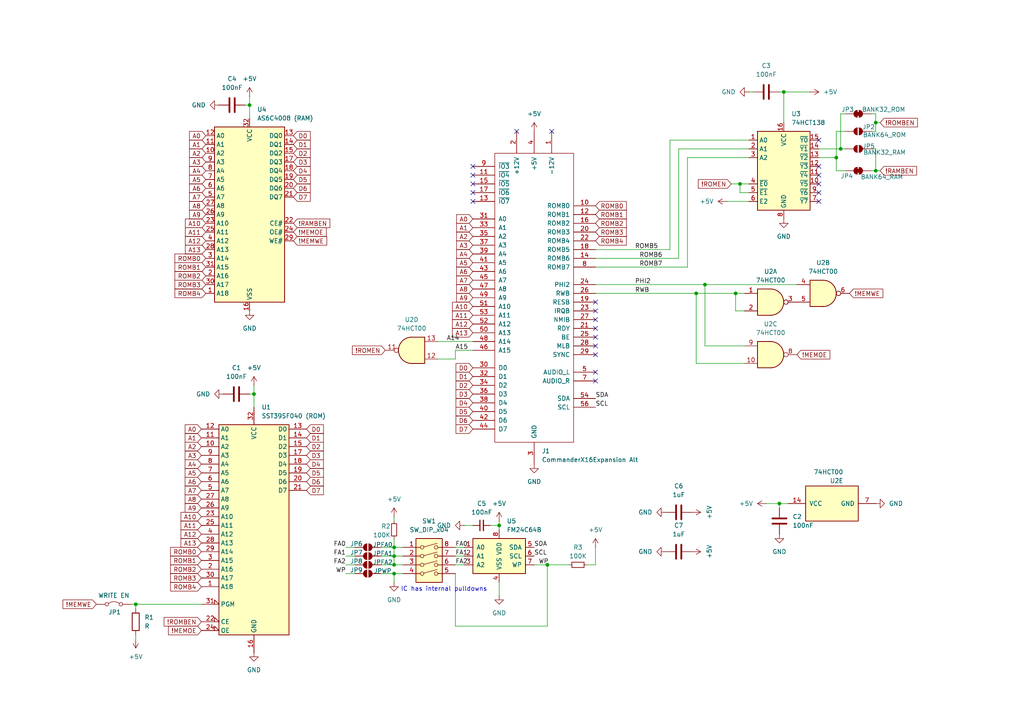
<source format=kicad_sch>
(kicad_sch (version 20231120) (generator "eeschema") (generator_version "8.0")
  (paper "A4")
  (lib_symbols
    (symbol "74xx:74HCT00" (pin_names (offset 1.016))
      (property "Reference" "U" (at 0 1.27 0))
      (property "Value" "74HCT00" (at 0 -1.27 0))
      (symbol "74HCT00_1_1"
        (pin input line (at -7.62 2.54 0) (length 3.81) (name "~") (number "1"))
        (pin input line (at -7.62 -2.54 0) (length 3.81) (name "~") (number "2"))
        (pin output inverted (at 7.62 0 180) (length 3.81) (name "~") (number "3"))
      )
      (symbol "74HCT00_1_2"
        (pin input inverted (at -7.62 2.54 0) (length 4.318) (name "~") (number "1"))
        (pin input inverted (at -7.62 -2.54 0) (length 4.318) (name "~") (number "2"))
        (pin output line (at 7.62 0 180) (length 3.81) (name "~") (number "3"))
      )
      (symbol "74HCT00_2_1"
        (pin input line (at -7.62 2.54 0) (length 3.81) (name "~") (number "4"))
        (pin input line (at -7.62 -2.54 0) (length 3.81) (name "~") (number "5"))
        (pin output inverted (at 7.62 0 180) (length 3.81) (name "~") (number "6"))
      )
      (symbol "74HCT00_2_2"
        (pin input inverted (at -7.62 2.54 0) (length 4.318) (name "~") (number "4"))
        (pin input inverted (at -7.62 -2.54 0) (length 4.318) (name "~") (number "5"))
        (pin output line (at 7.62 0 180) (length 3.81) (name "~") (number "6"))
      )
      (symbol "74HCT00_3_1"
        (pin input line (at -7.62 -2.54 0) (length 3.81) (name "~") (number "10"))
        (pin output inverted (at 7.62 0 180) (length 3.81) (name "~") (number "8"))
        (pin input line (at -7.62 2.54 0) (length 3.81) (name "~") (number "9"))
      )
      (symbol "74HCT00_3_2"
        (pin input inverted (at -7.62 -2.54 0) (length 4.318) (name "~") (number "10"))
        (pin output line (at 7.62 0 180) (length 3.81) (name "~") (number "8"))
        (pin input inverted (at -7.62 2.54 0) (length 4.318) (name "~") (number "9"))
      )
      (symbol "74HCT00_4_1"
        (pin output inverted (at 7.62 0 180) (length 3.81) (name "~") (number "11"))
        (pin input line (at -7.62 2.54 0) (length 3.81) (name "~") (number "12"))
        (pin input line (at -7.62 -2.54 0) (length 3.81) (name "~") (number "13"))
      )
      (symbol "74HCT00_4_2"
        (pin output line (at 7.62 0 180) (length 3.81) (name "~") (number "11"))
        (pin input inverted (at -7.62 2.54 0) (length 4.318) (name "~") (number "12"))
        (pin input inverted (at -7.62 -2.54 0) (length 4.318) (name "~") (number "13"))
      )
      (symbol "74HCT00_5_0"
        (pin power_in line (at 0 12.7 270) (length 5.08) (name "VCC") (number "14"))
        (pin power_in line (at 0 -12.7 90) (length 5.08) (name "GND") (number "7"))
      )
    )
    (symbol "74xx:74HCT138"
      (property "Reference" "U" (at -7.62 13.97 0))
      (property "Value" "74HCT138" (at 2.54 -11.43 0))
      (symbol "74HCT138_1_1"
        (pin input line (at -10.16 10.16 0) (length 2.54) (name "A0") (number "1"))
        (pin output line (at 10.16 -2.54 180) (length 2.54) (name "~{Y5}") (number "10"))
        (pin output line (at 10.16 0 180) (length 2.54) (name "~{Y4}") (number "11"))
        (pin output line (at 10.16 2.54 180) (length 2.54) (name "~{Y3}") (number "12"))
        (pin output line (at 10.16 5.08 180) (length 2.54) (name "~{Y2}") (number "13"))
        (pin output line (at 10.16 7.62 180) (length 2.54) (name "~{Y1}") (number "14"))
        (pin output line (at 10.16 10.16 180) (length 2.54) (name "~{Y0}") (number "15"))
        (pin power_in line (at 0 15.24 270) (length 2.54) (name "VCC") (number "16"))
        (pin input line (at -10.16 7.62 0) (length 2.54) (name "A1") (number "2"))
        (pin input line (at -10.16 5.08 0) (length 2.54) (name "A2") (number "3"))
        (pin input line (at -10.16 -2.54 0) (length 2.54) (name "~{E0}") (number "4"))
        (pin input line (at -10.16 -5.08 0) (length 2.54) (name "~{E1}") (number "5"))
        (pin input line (at -10.16 -7.62 0) (length 2.54) (name "E2") (number "6"))
        (pin output line (at 10.16 -7.62 180) (length 2.54) (name "~{Y7}") (number "7"))
        (pin power_in line (at 0 -12.7 90) (length 2.54) (name "GND") (number "8"))
        (pin output line (at 10.16 -5.08 180) (length 2.54) (name "~{Y6}") (number "9"))
      )
    )
    (symbol "Device:C" (pin_numbers hide) (pin_names (offset 0.254))
      (property "Reference" "C" (at 0.635 2.54 0))
      (property "Value" "C" (at 0.635 -2.54 0))
      (symbol "C_1_1"
        (pin passive line (at 0 3.81 270) (length 2.794) (name "~") (number "1"))
        (pin passive line (at 0 -3.81 90) (length 2.794) (name "~") (number "2"))
      )
    )
    (symbol "Device:C_Small" (pin_numbers hide) (pin_names (offset 0.254) hide)
      (property "Reference" "C" (at 0.254 1.778 0))
      (property "Value" "C_Small" (at 0.254 -2.032 0))
      (symbol "C_Small_1_1"
        (pin passive line (at 0 2.54 270) (length 2.032) (name "~") (number "1"))
        (pin passive line (at 0 -2.54 90) (length 2.032) (name "~") (number "2"))
      )
    )
    (symbol "Device:R" (pin_numbers hide) (pin_names (offset 0))
      (property "Reference" "R" (at 2.032 0 90))
      (property "Value" "R" (at 0 0 90))
      (symbol "R_1_1"
        (pin passive line (at 0 3.81 270) (length 1.27) (name "~") (number "1"))
        (pin passive line (at 0 -3.81 90) (length 1.27) (name "~") (number "2"))
      )
    )
    (symbol "Device:R_Small" (pin_numbers hide) (pin_names (offset 0.254) hide)
      (property "Reference" "R" (at 0.762 0.508 0))
      (property "Value" "R_Small" (at 0.762 -1.016 0))
      (symbol "R_Small_1_1"
        (pin passive line (at 0 2.54 270) (length 0.762) (name "~") (number "1"))
        (pin passive line (at 0 -2.54 90) (length 0.762) (name "~") (number "2"))
      )
    )
    (symbol "Jumper:Jumper_2_Bridged" (pin_numbers hide) (pin_names (offset 0) hide) (exclude_from_sim yes)
      (property "Reference" "JP" (at 0 1.905 0))
      (property "Value" "Jumper_2_Bridged" (at 0 -2.54 0))
      (symbol "Jumper_2_Bridged_1_1"
        (pin passive line (at -5.08 0 0) (length 2.54) (name "A") (number "1"))
        (pin passive line (at 5.08 0 180) (length 2.54) (name "B") (number "2"))
      )
    )
    (symbol "Jumper:SolderJumper_2_Bridged" (pin_numbers hide) (pin_names (offset 0) hide) (exclude_from_sim yes) (in_bom no)
      (property "Reference" "JP" (at 0 2.032 0))
      (property "Value" "SolderJumper_2_Bridged" (at 0 -2.54 0))
      (symbol "SolderJumper_2_Bridged_1_1"
        (pin passive line (at -3.81 0 0) (length 2.54) (name "A") (number "1"))
        (pin passive line (at 3.81 0 180) (length 2.54) (name "B") (number "2"))
      )
    )
    (symbol "Jumper:SolderJumper_2_Open" (pin_numbers hide) (pin_names (offset 0) hide) (exclude_from_sim yes) (in_bom no)
      (property "Reference" "JP" (at 0 2.032 0))
      (property "Value" "SolderJumper_2_Open" (at 0 -2.54 0))
      (symbol "SolderJumper_2_Open_1_1"
        (pin passive line (at -3.81 0 0) (length 2.54) (name "A") (number "1"))
        (pin passive line (at 3.81 0 180) (length 2.54) (name "B") (number "2"))
      )
    )
    (symbol "Memory_Flash:SST39SF040"
      (property "Reference" "U" (at 2.54 33.02 0))
      (property "Value" "SST39SF040" (at 0 -30.48 0))
      (symbol "SST39SF040_0_0"
        (pin power_in line (at 0 -34.29 90) (length 5.08) (name "GND") (number "16"))
        (pin power_in line (at 0 36.83 270) (length 5.08) (name "VCC") (number "32"))
      )
      (symbol "SST39SF040_1_1"
        (pin input line (at -15.24 -15.24 0) (length 5.08) (name "A18") (number "1"))
        (pin input line (at -15.24 25.4 0) (length 5.08) (name "A2") (number "10"))
        (pin input line (at -15.24 27.94 0) (length 5.08) (name "A1") (number "11"))
        (pin input line (at -15.24 30.48 0) (length 5.08) (name "A0") (number "12"))
        (pin tri_state line (at 15.24 30.48 180) (length 5.08) (name "D0") (number "13"))
        (pin tri_state line (at 15.24 27.94 180) (length 5.08) (name "D1") (number "14"))
        (pin tri_state line (at 15.24 25.4 180) (length 5.08) (name "D2") (number "15"))
        (pin tri_state line (at 15.24 22.86 180) (length 5.08) (name "D3") (number "17"))
        (pin tri_state line (at 15.24 20.32 180) (length 5.08) (name "D4") (number "18"))
        (pin tri_state line (at 15.24 17.78 180) (length 5.08) (name "D5") (number "19"))
        (pin input line (at -15.24 -10.16 0) (length 5.08) (name "A16") (number "2"))
        (pin tri_state line (at 15.24 15.24 180) (length 5.08) (name "D6") (number "20"))
        (pin tri_state line (at 15.24 12.7 180) (length 5.08) (name "D7") (number "21"))
        (pin input input_low (at -15.24 -25.4 0) (length 5.08) (name "CE") (number "22"))
        (pin input line (at -15.24 5.08 0) (length 5.08) (name "A10") (number "23"))
        (pin input input_low (at -15.24 -27.94 0) (length 5.08) (name "OE") (number "24"))
        (pin input line (at -15.24 2.54 0) (length 5.08) (name "A11") (number "25"))
        (pin input line (at -15.24 7.62 0) (length 5.08) (name "A9") (number "26"))
        (pin input line (at -15.24 10.16 0) (length 5.08) (name "A8") (number "27"))
        (pin input line (at -15.24 -2.54 0) (length 5.08) (name "A13") (number "28"))
        (pin input line (at -15.24 -5.08 0) (length 5.08) (name "A14") (number "29"))
        (pin input line (at -15.24 -7.62 0) (length 5.08) (name "A15") (number "3"))
        (pin input line (at -15.24 -12.7 0) (length 5.08) (name "A17") (number "30"))
        (pin input input_low (at -15.24 -20.32 0) (length 5.08) (name "PGM") (number "31"))
        (pin input line (at -15.24 0 0) (length 5.08) (name "A12") (number "4"))
        (pin input line (at -15.24 12.7 0) (length 5.08) (name "A7") (number "5"))
        (pin input line (at -15.24 15.24 0) (length 5.08) (name "A6") (number "6"))
        (pin input line (at -15.24 17.78 0) (length 5.08) (name "A5") (number "7"))
        (pin input line (at -15.24 20.32 0) (length 5.08) (name "A4") (number "8"))
        (pin input line (at -15.24 22.86 0) (length 5.08) (name "A3") (number "9"))
      )
    )
    (symbol "Memory_NVRAM:FM24C64B" (pin_names (offset 1.016))
      (property "Reference" "U" (at -5.08 8.89 0))
      (property "Value" "FM24C64B" (at 6.35 -8.89 0))
      (symbol "FM24C64B_1_1"
        (pin input line (at -10.16 2.54 0) (length 2.54) (name "A0") (number "1"))
        (pin input line (at -10.16 0 0) (length 2.54) (name "A1") (number "2"))
        (pin input line (at -10.16 -2.54 0) (length 2.54) (name "A2") (number "3"))
        (pin power_in line (at 0 -7.62 90) (length 2.54) (name "VSS") (number "4"))
        (pin bidirectional line (at 10.16 2.54 180) (length 2.54) (name "SDA") (number "5"))
        (pin input line (at 10.16 0 180) (length 2.54) (name "SCL") (number "6"))
        (pin input line (at 10.16 -2.54 180) (length 2.54) (name "WP") (number "7"))
        (pin power_in line (at 0 7.62 270) (length 2.54) (name "VDD") (number "8"))
      )
    )
    (symbol "Memory_RAM:AS6C4008-55PCN"
      (property "Reference" "U" (at -10.16 26.035 0))
      (property "Value" "AS6C4008-55PCN" (at 2.54 26.035 0))
      (symbol "AS6C4008-55PCN_0_0"
        (pin power_in line (at 0 -27.94 90) (length 2.54) (name "VSS") (number "16"))
        (pin power_in line (at 0 27.94 270) (length 2.54) (name "VCC") (number "32"))
      )
      (symbol "AS6C4008-55PCN_1_1"
        (pin input line (at -12.7 -22.86 0) (length 2.54) (name "A18") (number "1"))
        (pin input line (at -12.7 17.78 0) (length 2.54) (name "A2") (number "10"))
        (pin input line (at -12.7 20.32 0) (length 2.54) (name "A1") (number "11"))
        (pin input line (at -12.7 22.86 0) (length 2.54) (name "A0") (number "12"))
        (pin tri_state line (at 12.7 22.86 180) (length 2.54) (name "DQ0") (number "13"))
        (pin tri_state line (at 12.7 20.32 180) (length 2.54) (name "DQ1") (number "14"))
        (pin tri_state line (at 12.7 17.78 180) (length 2.54) (name "DQ2") (number "15"))
        (pin tri_state line (at 12.7 15.24 180) (length 2.54) (name "DQ3") (number "17"))
        (pin tri_state line (at 12.7 12.7 180) (length 2.54) (name "DQ4") (number "18"))
        (pin tri_state line (at 12.7 10.16 180) (length 2.54) (name "DQ5") (number "19"))
        (pin input line (at -12.7 -17.78 0) (length 2.54) (name "A16") (number "2"))
        (pin tri_state line (at 12.7 7.62 180) (length 2.54) (name "DQ6") (number "20"))
        (pin tri_state line (at 12.7 5.08 180) (length 2.54) (name "DQ7") (number "21"))
        (pin input line (at 12.7 -2.54 180) (length 2.54) (name "CE#") (number "22"))
        (pin input line (at -12.7 -2.54 0) (length 2.54) (name "A10") (number "23"))
        (pin input line (at 12.7 -5.08 180) (length 2.54) (name "OE#") (number "24"))
        (pin input line (at -12.7 -5.08 0) (length 2.54) (name "A11") (number "25"))
        (pin input line (at -12.7 0 0) (length 2.54) (name "A9") (number "26"))
        (pin input line (at -12.7 2.54 0) (length 2.54) (name "A8") (number "27"))
        (pin input line (at -12.7 -10.16 0) (length 2.54) (name "A13") (number "28"))
        (pin input line (at 12.7 -7.62 180) (length 2.54) (name "WE#") (number "29"))
        (pin input line (at -12.7 -12.7 0) (length 2.54) (name "A14") (number "3"))
        (pin input line (at -12.7 -20.32 0) (length 2.54) (name "A17") (number "30"))
        (pin input line (at -12.7 -15.24 0) (length 2.54) (name "A15") (number "31"))
        (pin input line (at -12.7 -7.62 0) (length 2.54) (name "A12") (number "4"))
        (pin input line (at -12.7 5.08 0) (length 2.54) (name "A7") (number "5"))
        (pin input line (at -12.7 7.62 0) (length 2.54) (name "A6") (number "6"))
        (pin input line (at -12.7 10.16 0) (length 2.54) (name "A5") (number "7"))
        (pin input line (at -12.7 12.7 0) (length 2.54) (name "A4") (number "8"))
        (pin input line (at -12.7 15.24 0) (length 2.54) (name "A3") (number "9"))
      )
    )
    (symbol "Switch:SW_DIP_x04" (pin_names (offset 0) hide)
      (property "Reference" "SW" (at 0 8.89 0))
      (property "Value" "SW_DIP_x04" (at 0 -6.35 0))
      (symbol "SW_DIP_x04_1_1"
        (pin passive line (at -7.62 5.08 0) (length 5.08) (name "~") (number "1"))
        (pin passive line (at -7.62 2.54 0) (length 5.08) (name "~") (number "2"))
        (pin passive line (at -7.62 0 0) (length 5.08) (name "~") (number "3"))
        (pin passive line (at -7.62 -2.54 0) (length 5.08) (name "~") (number "4"))
        (pin passive line (at 7.62 -2.54 180) (length 5.08) (name "~") (number "5"))
        (pin passive line (at 7.62 0 180) (length 5.08) (name "~") (number "6"))
        (pin passive line (at 7.62 2.54 180) (length 5.08) (name "~") (number "7"))
        (pin passive line (at 7.62 5.08 180) (length 5.08) (name "~") (number "8"))
      )
    )
    (symbol "X16_Expansion:CommanderX16Expansion Alt" (pin_names (offset 1.016)) (in_bom no)
      (property "Reference" "J" (at 0 -2.54 0))
      (property "Value" "CommanderX16Expansion Alt" (at 0 2.54 0))
      (symbol "CommanderX16Expansion Alt_1_1"
        (pin power_out line (at 5.08 48.26 270) (length 6.35) (name "-12V") (number "1"))
        (pin output line (at 17.78 26.67 180) (length 6.35) (name "ROMB0") (number "10"))
        (pin output line (at -17.78 35.56 0) (length 6.35) (name "~{IO4}") (number "11"))
        (pin output line (at 17.78 24.13 180) (length 6.35) (name "ROMB1") (number "12"))
        (pin output line (at -17.78 27.94 0) (length 6.35) (name "~{IO7}") (number "13"))
        (pin output line (at 17.78 11.43 180) (length 6.35) (name "ROMB6") (number "14"))
        (pin output line (at -17.78 33.02 0) (length 6.35) (name "~{IO5}") (number "15"))
        (pin output line (at 17.78 21.59 180) (length 6.35) (name "ROMB2") (number "16"))
        (pin output line (at -17.78 30.48 0) (length 6.35) (name "~{IO6}") (number "17"))
        (pin output line (at 17.78 13.97 180) (length 6.35) (name "ROMB5") (number "18"))
        (pin bidirectional line (at 17.78 -1.27 180) (length 6.35) (name "RESB") (number "19"))
        (pin power_out line (at -5.08 48.26 270) (length 6.35) (name "+12V") (number "2"))
        (pin output line (at 17.78 19.05 180) (length 6.35) (name "ROMB3") (number "20"))
        (pin bidirectional line (at 17.78 -8.89 180) (length 6.35) (name "RDY") (number "21"))
        (pin output line (at 17.78 16.51 180) (length 6.35) (name "ROMB4") (number "22"))
        (pin input line (at 17.78 -3.81 180) (length 6.35) (name "IRQB") (number "23"))
        (pin output line (at 17.78 3.81 180) (length 6.35) (name "PHI2") (number "24"))
        (pin input line (at 17.78 -11.43 180) (length 6.35) (name "BE") (number "25"))
        (pin output line (at 17.78 1.27 180) (length 6.35) (name "RWB") (number "26"))
        (pin input line (at 17.78 -6.35 180) (length 6.35) (name "NMIB") (number "27"))
        (pin output line (at 17.78 -13.97 180) (length 6.35) (name "MLB") (number "28"))
        (pin output line (at 17.78 -16.51 180) (length 6.35) (name "SYNC") (number "29"))
        (pin power_out line (at 0 -48.26 90) (length 6.35) (name "GND") (number "3"))
        (pin bidirectional line (at -17.78 -20.32 0) (length 6.35) (name "D0") (number "30"))
        (pin output line (at -17.78 22.86 0) (length 6.35) (name "A0") (number "31"))
        (pin bidirectional line (at -17.78 -22.86 0) (length 6.35) (name "D1") (number "32"))
        (pin output line (at -17.78 20.32 0) (length 6.35) (name "A1") (number "33"))
        (pin bidirectional line (at -17.78 -25.4 0) (length 6.35) (name "D2") (number "34"))
        (pin output line (at -17.78 17.78 0) (length 6.35) (name "A2") (number "35"))
        (pin bidirectional line (at -17.78 -27.94 0) (length 6.35) (name "D3") (number "36"))
        (pin output line (at -17.78 15.24 0) (length 6.35) (name "A3") (number "37"))
        (pin bidirectional line (at -17.78 -30.48 0) (length 6.35) (name "D4") (number "38"))
        (pin output line (at -17.78 12.7 0) (length 6.35) (name "A4") (number "39"))
        (pin power_out line (at 0 48.26 270) (length 6.35) (name "+5V") (number "4"))
        (pin bidirectional line (at -17.78 -33.02 0) (length 6.35) (name "D5") (number "40"))
        (pin output line (at -17.78 10.16 0) (length 6.35) (name "A5") (number "41"))
        (pin bidirectional line (at -17.78 -35.56 0) (length 6.35) (name "D6") (number "42"))
        (pin output line (at -17.78 7.62 0) (length 6.35) (name "A6") (number "43"))
        (pin bidirectional line (at -17.78 -38.1 0) (length 6.35) (name "D7") (number "44"))
        (pin output line (at -17.78 5.08 0) (length 6.35) (name "A7") (number "45"))
        (pin output line (at -17.78 -15.24 0) (length 6.35) (name "A15") (number "46"))
        (pin output line (at -17.78 2.54 0) (length 6.35) (name "A8") (number "47"))
        (pin output line (at -17.78 -12.7 0) (length 6.35) (name "A14") (number "48"))
        (pin output line (at -17.78 0 0) (length 6.35) (name "A9") (number "49"))
        (pin bidirectional line (at 17.78 -21.59 180) (length 6.35) (name "AUDIO_L") (number "5"))
        (pin output line (at -17.78 -10.16 0) (length 6.35) (name "A13") (number "50"))
        (pin output line (at -17.78 -2.54 0) (length 6.35) (name "A10") (number "51"))
        (pin output line (at -17.78 -7.62 0) (length 6.35) (name "A12") (number "52"))
        (pin output line (at -17.78 -5.08 0) (length 6.35) (name "A11") (number "53"))
        (pin bidirectional line (at 17.78 -29.21 180) (length 6.35) (name "SDA") (number "54"))
        (pin power_out line (at 0 -48.26 90) (length 6.35) hide (name "GND") (number "55"))
        (pin output line (at 17.78 -31.75 180) (length 6.35) (name "SCL") (number "56"))
        (pin power_out line (at 0 48.26 270) (length 6.35) hide (name "+5V") (number "57"))
        (pin power_out line (at 0 -48.26 90) (length 6.35) hide (name "GND") (number "58"))
        (pin power_out line (at -5.08 48.26 270) (length 6.35) hide (name "+12V") (number "59"))
        (pin power_out line (at 0 -48.26 90) (length 6.35) hide (name "GND") (number "6"))
        (pin power_out line (at 5.08 48.26 270) (length 6.35) hide (name "-12V") (number "60"))
        (pin bidirectional line (at 17.78 -24.13 180) (length 6.35) (name "AUDIO_R") (number "7"))
        (pin output line (at 17.78 8.89 180) (length 6.35) (name "ROMB7") (number "8"))
        (pin output line (at -17.78 38.1 0) (length 6.35) (name "~{IO3}") (number "9"))
      )
    )
    (symbol "power:+5V" (power) (pin_numbers hide) (pin_names (offset 0) hide)
      (property "Value" "+5V" (at 0 3.556 0))
      (symbol "+5V_1_1"
        (pin power_in line (at 0 0 90) (length 0) (name "~") (number "1"))
      )
    )
    (symbol "power:GND" (power) (pin_numbers hide) (pin_names (offset 0) hide)
      (property "Value" "GND" (at 0 -3.81 0))
      (symbol "GND_1_1"
        (pin power_in line (at 0 0 270) (length 0) (name "~") (number "1"))
      )
    )
  )
  (junction (at 227.33 26.67))
  (junction (at 114.3 161.29))
  (junction (at 214.63 53.34))
  (junction (at 201.93 85.09))
  (junction (at 114.3 166.37))
  (junction (at 114.3 163.83))
  (junction (at 144.78 152.4))
  (junction (at 254 35.56))
  (junction (at 204.47 82.55))
  (junction (at 254 49.53))
  (junction (at 73.66 114.3))
  (junction (at 114.3 158.75))
  (junction (at 242.57 45.72))
  (junction (at 39.37 175.26))
  (junction (at 72.39 30.48))
  (junction (at 158.75 163.83))
  (junction (at 213.36 85.09))
  (junction (at 226.06 146.05))
  (junction (at 243.84 43.18))
  (no_connect (at 137.16 55.88))
  (no_connect (at 237.49 55.88))
  (no_connect (at 172.72 87.63))
  (no_connect (at 237.49 50.8))
  (no_connect (at 137.16 48.26))
  (no_connect (at 137.16 53.34))
  (no_connect (at 149.86 38.1))
  (no_connect (at 237.49 48.26))
  (no_connect (at 172.72 100.33))
  (no_connect (at 172.72 97.79))
  (no_connect (at 237.49 58.42))
  (no_connect (at 172.72 110.49))
  (no_connect (at 237.49 40.64))
  (no_connect (at 172.72 102.87))
  (no_connect (at 137.16 58.42))
  (no_connect (at 172.72 107.95))
  (no_connect (at 160.02 38.1))
  (no_connect (at 172.72 90.17))
  (no_connect (at 172.72 92.71))
  (no_connect (at 172.72 95.25))
  (no_connect (at 137.16 50.8))
  (no_connect (at 237.49 53.34))
  (wire (pts (xy 212.09 53.34) (xy 214.63 53.34)))
  (wire (pts (xy 132.08 158.75) (xy 134.62 158.75)))
  (wire (pts (xy 142.24 152.4) (xy 144.78 152.4)))
  (wire (pts (xy 217.17 26.67) (xy 218.44 26.67)))
  (wire (pts (xy 170.18 163.83) (xy 172.72 163.83)))
  (wire (pts (xy 132.08 104.14) (xy 127 104.14)))
  (wire (pts (xy 201.93 105.41) (xy 201.93 85.09)))
  (wire (pts (xy 72.39 114.3) (xy 73.66 114.3)))
  (wire (pts (xy 114.3 161.29) (xy 116.84 161.29)))
  (wire (pts (xy 243.84 43.18) (xy 245.11 43.18)))
  (wire (pts (xy 158.75 181.61) (xy 158.75 163.83)))
  (wire (pts (xy 100.33 166.37) (xy 102.87 166.37)))
  (wire (pts (xy 39.37 185.42) (xy 39.37 184.15)))
  (wire (pts (xy 254 35.56) (xy 255.27 35.56)))
  (wire (pts (xy 114.3 156.21) (xy 114.3 158.75)))
  (wire (pts (xy 100.33 158.75) (xy 102.87 158.75)))
  (wire (pts (xy 227.33 26.67) (xy 234.95 26.67)))
  (wire (pts (xy 127 99.06) (xy 137.16 99.06)))
  (wire (pts (xy 226.06 146.05) (xy 228.6 146.05)))
  (wire (pts (xy 222.25 146.05) (xy 226.06 146.05)))
  (wire (pts (xy 215.9 100.33) (xy 204.47 100.33)))
  (wire (pts (xy 214.63 55.88) (xy 214.63 53.34)))
  (wire (pts (xy 39.37 175.26) (xy 58.42 175.26)))
  (wire (pts (xy 144.78 151.13) (xy 144.78 152.4)))
  (wire (pts (xy 116.84 166.37) (xy 114.3 166.37)))
  (wire (pts (xy 172.72 85.09) (xy 201.93 85.09)))
  (wire (pts (xy 215.9 105.41) (xy 201.93 105.41)))
  (wire (pts (xy 217.17 43.18) (xy 196.85 43.18)))
  (wire (pts (xy 194.31 72.39) (xy 194.31 40.64)))
  (wire (pts (xy 199.39 77.47) (xy 199.39 45.72)))
  (wire (pts (xy 226.06 26.67) (xy 227.33 26.67)))
  (wire (pts (xy 252.73 49.53) (xy 254 49.53)))
  (wire (pts (xy 132.08 163.83) (xy 134.62 163.83)))
  (wire (pts (xy 71.12 30.48) (xy 72.39 30.48)))
  (wire (pts (xy 114.3 158.75) (xy 114.3 161.29)))
  (wire (pts (xy 254 33.02) (xy 254 35.56)))
  (wire (pts (xy 196.85 43.18) (xy 196.85 74.93)))
  (wire (pts (xy 194.31 40.64) (xy 217.17 40.64)))
  (wire (pts (xy 144.78 168.91) (xy 144.78 172.72)))
  (wire (pts (xy 242.57 49.53) (xy 242.57 45.72)))
  (wire (pts (xy 39.37 175.26) (xy 39.37 176.53)))
  (wire (pts (xy 252.73 38.1) (xy 254 38.1)))
  (wire (pts (xy 227.33 26.67) (xy 227.33 35.56)))
  (wire (pts (xy 242.57 49.53) (xy 245.11 49.53)))
  (wire (pts (xy 144.78 152.4) (xy 144.78 153.67)))
  (wire (pts (xy 132.08 161.29) (xy 134.62 161.29)))
  (wire (pts (xy 217.17 55.88) (xy 214.63 55.88)))
  (wire (pts (xy 114.3 149.86) (xy 114.3 151.13)))
  (wire (pts (xy 114.3 161.29) (xy 114.3 163.83)))
  (wire (pts (xy 204.47 82.55) (xy 231.14 82.55)))
  (wire (pts (xy 132.08 166.37) (xy 132.08 181.61)))
  (wire (pts (xy 110.49 161.29) (xy 114.3 161.29)))
  (wire (pts (xy 134.62 152.4) (xy 137.16 152.4)))
  (wire (pts (xy 100.33 161.29) (xy 102.87 161.29)))
  (wire (pts (xy 243.84 43.18) (xy 237.49 43.18)))
  (wire (pts (xy 116.84 163.83) (xy 114.3 163.83)))
  (wire (pts (xy 110.49 166.37) (xy 114.3 166.37)))
  (wire (pts (xy 72.39 34.29) (xy 72.39 30.48)))
  (wire (pts (xy 172.72 77.47) (xy 199.39 77.47)))
  (wire (pts (xy 172.72 72.39) (xy 194.31 72.39)))
  (wire (pts (xy 110.49 158.75) (xy 114.3 158.75)))
  (wire (pts (xy 38.1 175.26) (xy 39.37 175.26)))
  (wire (pts (xy 114.3 158.75) (xy 116.84 158.75)))
  (wire (pts (xy 172.72 74.93) (xy 196.85 74.93)))
  (wire (pts (xy 199.39 45.72) (xy 217.17 45.72)))
  (wire (pts (xy 204.47 100.33) (xy 204.47 82.55)))
  (wire (pts (xy 201.93 85.09) (xy 213.36 85.09)))
  (wire (pts (xy 154.94 163.83) (xy 158.75 163.83)))
  (wire (pts (xy 114.3 166.37) (xy 114.3 168.91)))
  (wire (pts (xy 137.16 101.6) (xy 132.08 101.6)))
  (wire (pts (xy 73.66 118.11) (xy 73.66 114.3)))
  (wire (pts (xy 243.84 33.02) (xy 245.11 33.02)))
  (wire (pts (xy 73.66 111.76) (xy 73.66 114.3)))
  (wire (pts (xy 210.82 58.42) (xy 217.17 58.42)))
  (wire (pts (xy 254 49.53) (xy 255.27 49.53)))
  (wire (pts (xy 172.72 158.75) (xy 172.72 163.83)))
  (wire (pts (xy 215.9 90.17) (xy 213.36 90.17)))
  (wire (pts (xy 226.06 146.05) (xy 226.06 147.32)))
  (wire (pts (xy 245.11 38.1) (xy 242.57 38.1)))
  (wire (pts (xy 242.57 45.72) (xy 237.49 45.72)))
  (wire (pts (xy 100.33 163.83) (xy 102.87 163.83)))
  (wire (pts (xy 110.49 163.83) (xy 114.3 163.83)))
  (wire (pts (xy 172.72 82.55) (xy 204.47 82.55)))
  (wire (pts (xy 243.84 33.02) (xy 243.84 43.18)))
  (wire (pts (xy 132.08 181.61) (xy 158.75 181.61)))
  (wire (pts (xy 214.63 53.34) (xy 217.17 53.34)))
  (wire (pts (xy 213.36 85.09) (xy 215.9 85.09)))
  (wire (pts (xy 213.36 90.17) (xy 213.36 85.09)))
  (wire (pts (xy 254 43.18) (xy 254 49.53)))
  (wire (pts (xy 242.57 38.1) (xy 242.57 45.72)))
  (wire (pts (xy 254 35.56) (xy 254 38.1)))
  (wire (pts (xy 158.75 163.83) (xy 165.1 163.83)))
  (wire (pts (xy 254 43.18) (xy 252.73 43.18)))
  (wire (pts (xy 72.39 27.94) (xy 72.39 30.48)))
  (wire (pts (xy 252.73 33.02) (xy 254 33.02)))
  (wire (pts (xy 132.08 101.6) (xy 132.08 104.14)))
  (text "IC has internal pulldowns" (at 128.778 170.942 0) (effects (font (size 1.27 1.27))))
  (label "SDA" (at 154.94 158.75 0))
  (label "ROMB5" (at 184.15 72.39 0))
  (label "FA0" (at 100.33 158.75 180))
  (label "SCL" (at 154.94 161.29 0))
  (label "FA2" (at 100.33 163.83 180))
  (label "A15" (at 132.08 101.6 0))
  (label "FA2" (at 132.08 163.83 0))
  (label "ROMB7" (at 185.42 77.47 0))
  (label "SDA" (at 172.72 115.57 0))
  (label "A14" (at 129.54 99.06 0))
  (label "FA1" (at 132.08 161.29 0))
  (label "WP" (at 156.21 163.83 0))
  (label "FA1" (at 100.33 161.29 180))
  (label "ROMB6" (at 185.42 74.93 0))
  (label "PHI2" (at 184.15 82.55 0))
  (label "SCL" (at 172.72 118.11 0))
  (label "FA0" (at 132.08 158.75 0))
  (label "WP" (at 100.33 166.37 180))
  (label "RWB" (at 184.15 85.09 0))
  (global_label "D0" (shape input) (at 85.09 39.37 0) (property "Intersheetrefs" "${INTERSHEET_REFS}" (effects (hide yes))))
  (global_label "D3" (shape input) (at 85.09 46.99 0) (property "Intersheetrefs" "${INTERSHEET_REFS}" (effects (hide yes))))
  (global_label "ROMB4" (shape input) (at 58.42 170.18 180) (property "Intersheetrefs" "${INTERSHEET_REFS}" (effects (hide yes))))
  (global_label "D2" (shape input) (at 137.16 111.76 180) (property "Intersheetrefs" "${INTERSHEET_REFS}" (effects (hide yes))))
  (global_label "ROMB0" (shape input) (at 58.42 160.02 180) (property "Intersheetrefs" "${INTERSHEET_REFS}" (effects (hide yes))))
  (global_label "D6" (shape input) (at 85.09 54.61 0) (property "Intersheetrefs" "${INTERSHEET_REFS}" (effects (hide yes))))
  (global_label "A6" (shape input) (at 59.69 54.61 180) (property "Intersheetrefs" "${INTERSHEET_REFS}" (effects (hide yes))))
  (global_label "!ROMEN" (shape input) (at 212.09 53.34 180) (property "Intersheetrefs" "${INTERSHEET_REFS}" (effects (hide yes))))
  (global_label "D5" (shape input) (at 137.16 119.38 180) (property "Intersheetrefs" "${INTERSHEET_REFS}" (effects (hide yes))))
  (global_label "A3" (shape input) (at 137.16 71.12 180) (property "Intersheetrefs" "${INTERSHEET_REFS}" (effects (hide yes))))
  (global_label "A9" (shape input) (at 137.16 86.36 180) (property "Intersheetrefs" "${INTERSHEET_REFS}" (effects (hide yes))))
  (global_label "A12" (shape input) (at 58.42 154.94 180) (property "Intersheetrefs" "${INTERSHEET_REFS}" (effects (hide yes))))
  (global_label "A8" (shape input) (at 137.16 83.82 180) (property "Intersheetrefs" "${INTERSHEET_REFS}" (effects (hide yes))))
  (global_label "!ROMBEN" (shape input) (at 58.42 180.34 180) (property "Intersheetrefs" "${INTERSHEET_REFS}" (effects (hide yes))))
  (global_label "A5" (shape input) (at 59.69 52.07 180) (property "Intersheetrefs" "${INTERSHEET_REFS}" (effects (hide yes))))
  (global_label "!MEMWE" (shape input) (at 246.38 85.09 0) (property "Intersheetrefs" "${INTERSHEET_REFS}" (effects (hide yes))))
  (global_label "!MEMOE" (shape input) (at 231.14 102.87 0) (property "Intersheetrefs" "${INTERSHEET_REFS}" (effects (hide yes))))
  (global_label "A12" (shape input) (at 59.69 69.85 180) (property "Intersheetrefs" "${INTERSHEET_REFS}" (effects (hide yes))))
  (global_label "A10" (shape input) (at 59.69 64.77 180) (property "Intersheetrefs" "${INTERSHEET_REFS}" (effects (hide yes))))
  (global_label "ROMB2" (shape input) (at 172.72 64.77 0) (property "Intersheetrefs" "${INTERSHEET_REFS}" (effects (hide yes))))
  (global_label "A9" (shape input) (at 58.42 147.32 180) (property "Intersheetrefs" "${INTERSHEET_REFS}" (effects (hide yes))))
  (global_label "A10" (shape input) (at 58.42 149.86 180) (property "Intersheetrefs" "${INTERSHEET_REFS}" (effects (hide yes))))
  (global_label "D4" (shape input) (at 85.09 49.53 0) (property "Intersheetrefs" "${INTERSHEET_REFS}" (effects (hide yes))))
  (global_label "D0" (shape input) (at 137.16 106.68 180) (property "Intersheetrefs" "${INTERSHEET_REFS}" (effects (hide yes))))
  (global_label "A3" (shape input) (at 58.42 132.08 180) (property "Intersheetrefs" "${INTERSHEET_REFS}" (effects (hide yes))))
  (global_label "A6" (shape input) (at 137.16 78.74 180) (property "Intersheetrefs" "${INTERSHEET_REFS}" (effects (hide yes))))
  (global_label "D7" (shape input) (at 85.09 57.15 0) (property "Intersheetrefs" "${INTERSHEET_REFS}" (effects (hide yes))))
  (global_label "A5" (shape input) (at 137.16 76.2 180) (property "Intersheetrefs" "${INTERSHEET_REFS}" (effects (hide yes))))
  (global_label "D1" (shape input) (at 137.16 109.22 180) (property "Intersheetrefs" "${INTERSHEET_REFS}" (effects (hide yes))))
  (global_label "ROMB1" (shape input) (at 58.42 162.56 180) (property "Intersheetrefs" "${INTERSHEET_REFS}" (effects (hide yes))))
  (global_label "A11" (shape input) (at 59.69 67.31 180) (property "Intersheetrefs" "${INTERSHEET_REFS}" (effects (hide yes))))
  (global_label "D3" (shape input) (at 88.9 132.08 0) (property "Intersheetrefs" "${INTERSHEET_REFS}" (effects (hide yes))))
  (global_label "A8" (shape input) (at 59.69 59.69 180) (property "Intersheetrefs" "${INTERSHEET_REFS}" (effects (hide yes))))
  (global_label "A13" (shape input) (at 59.69 72.39 180) (property "Intersheetrefs" "${INTERSHEET_REFS}" (effects (hide yes))))
  (global_label "A2" (shape input) (at 59.69 44.45 180) (property "Intersheetrefs" "${INTERSHEET_REFS}" (effects (hide yes))))
  (global_label "A2" (shape input) (at 137.16 68.58 180) (property "Intersheetrefs" "${INTERSHEET_REFS}" (effects (hide yes))))
  (global_label "A4" (shape input) (at 58.42 134.62 180) (property "Intersheetrefs" "${INTERSHEET_REFS}" (effects (hide yes))))
  (global_label "ROMB1" (shape input) (at 59.69 77.47 180) (property "Intersheetrefs" "${INTERSHEET_REFS}" (effects (hide yes))))
  (global_label "ROMB0" (shape input) (at 172.72 59.69 0) (property "Intersheetrefs" "${INTERSHEET_REFS}" (effects (hide yes))))
  (global_label "!ROMBEN" (shape input) (at 255.27 35.56 0) (property "Intersheetrefs" "${INTERSHEET_REFS}" (effects (hide yes))))
  (global_label "A12" (shape input) (at 137.16 93.98 180) (property "Intersheetrefs" "${INTERSHEET_REFS}" (effects (hide yes))))
  (global_label "D2" (shape input) (at 88.9 129.54 0) (property "Intersheetrefs" "${INTERSHEET_REFS}" (effects (hide yes))))
  (global_label "D1" (shape input) (at 88.9 127 0) (property "Intersheetrefs" "${INTERSHEET_REFS}" (effects (hide yes))))
  (global_label "D1" (shape input) (at 85.09 41.91 0) (property "Intersheetrefs" "${INTERSHEET_REFS}" (effects (hide yes))))
  (global_label "A7" (shape input) (at 58.42 142.24 180) (property "Intersheetrefs" "${INTERSHEET_REFS}" (effects (hide yes))))
  (global_label "D0" (shape input) (at 88.9 124.46 0) (property "Intersheetrefs" "${INTERSHEET_REFS}" (effects (hide yes))))
  (global_label "ROMB0" (shape input) (at 59.69 74.93 180) (property "Intersheetrefs" "${INTERSHEET_REFS}" (effects (hide yes))))
  (global_label "A9" (shape input) (at 59.69 62.23 180) (property "Intersheetrefs" "${INTERSHEET_REFS}" (effects (hide yes))))
  (global_label "A7" (shape input) (at 137.16 81.28 180) (property "Intersheetrefs" "${INTERSHEET_REFS}" (effects (hide yes))))
  (global_label "ROMB3" (shape input) (at 59.69 82.55 180) (property "Intersheetrefs" "${INTERSHEET_REFS}" (effects (hide yes))))
  (global_label "ROMB4" (shape input) (at 59.69 85.09 180) (property "Intersheetrefs" "${INTERSHEET_REFS}" (effects (hide yes))))
  (global_label "A13" (shape input) (at 137.16 96.52 180) (property "Intersheetrefs" "${INTERSHEET_REFS}" (effects (hide yes))))
  (global_label "A7" (shape input) (at 59.69 57.15 180) (property "Intersheetrefs" "${INTERSHEET_REFS}" (effects (hide yes))))
  (global_label "!MEMOE" (shape input) (at 58.42 182.88 180) (property "Intersheetrefs" "${INTERSHEET_REFS}" (effects (hide yes))))
  (global_label "A5" (shape input) (at 58.42 137.16 180) (property "Intersheetrefs" "${INTERSHEET_REFS}" (effects (hide yes))))
  (global_label "D2" (shape input) (at 85.09 44.45 0) (property "Intersheetrefs" "${INTERSHEET_REFS}" (effects (hide yes))))
  (global_label "!RAMBEN" (shape input) (at 85.09 64.77 0) (property "Intersheetrefs" "${INTERSHEET_REFS}" (effects (hide yes))))
  (global_label "A3" (shape input) (at 59.69 46.99 180) (property "Intersheetrefs" "${INTERSHEET_REFS}" (effects (hide yes))))
  (global_label "A2" (shape input) (at 58.42 129.54 180) (property "Intersheetrefs" "${INTERSHEET_REFS}" (effects (hide yes))))
  (global_label "A6" (shape input) (at 58.42 139.7 180) (property "Intersheetrefs" "${INTERSHEET_REFS}" (effects (hide yes))))
  (global_label "D3" (shape input) (at 137.16 114.3 180) (property "Intersheetrefs" "${INTERSHEET_REFS}" (effects (hide yes))))
  (global_label "D5" (shape input) (at 85.09 52.07 0) (property "Intersheetrefs" "${INTERSHEET_REFS}" (effects (hide yes))))
  (global_label "A1" (shape input) (at 137.16 66.04 180) (property "Intersheetrefs" "${INTERSHEET_REFS}" (effects (hide yes))))
  (global_label "D7" (shape input) (at 88.9 142.24 0) (property "Intersheetrefs" "${INTERSHEET_REFS}" (effects (hide yes))))
  (global_label "ROMB2" (shape input) (at 59.69 80.01 180) (property "Intersheetrefs" "${INTERSHEET_REFS}" (effects (hide yes))))
  (global_label "A0" (shape input) (at 59.69 39.37 180) (property "Intersheetrefs" "${INTERSHEET_REFS}" (effects (hide yes))))
  (global_label "!MEMOE" (shape input) (at 85.09 67.31 0) (property "Intersheetrefs" "${INTERSHEET_REFS}" (effects (hide yes))))
  (global_label "A0" (shape input) (at 137.16 63.5 180) (property "Intersheetrefs" "${INTERSHEET_REFS}" (effects (hide yes))))
  (global_label "A0" (shape input) (at 58.42 124.46 180) (property "Intersheetrefs" "${INTERSHEET_REFS}" (effects (hide yes))))
  (global_label "D6" (shape input) (at 137.16 121.92 180) (property "Intersheetrefs" "${INTERSHEET_REFS}" (effects (hide yes))))
  (global_label "D4" (shape input) (at 88.9 134.62 0) (property "Intersheetrefs" "${INTERSHEET_REFS}" (effects (hide yes))))
  (global_label "D5" (shape input) (at 88.9 137.16 0) (property "Intersheetrefs" "${INTERSHEET_REFS}" (effects (hide yes))))
  (global_label "A4" (shape input) (at 59.69 49.53 180) (property "Intersheetrefs" "${INTERSHEET_REFS}" (effects (hide yes))))
  (global_label "A1" (shape input) (at 59.69 41.91 180) (property "Intersheetrefs" "${INTERSHEET_REFS}" (effects (hide yes))))
  (global_label "ROMB2" (shape input) (at 58.42 165.1 180) (property "Intersheetrefs" "${INTERSHEET_REFS}" (effects (hide yes))))
  (global_label "A8" (shape input) (at 58.42 144.78 180) (property "Intersheetrefs" "${INTERSHEET_REFS}" (effects (hide yes))))
  (global_label "!MEMWE" (shape input) (at 27.94 175.26 180) (property "Intersheetrefs" "${INTERSHEET_REFS}" (effects (hide yes))))
  (global_label "A11" (shape input) (at 137.16 91.44 180) (property "Intersheetrefs" "${INTERSHEET_REFS}" (effects (hide yes))))
  (global_label "!ROMEN" (shape input) (at 111.76 101.6 180) (property "Intersheetrefs" "${INTERSHEET_REFS}" (effects (hide yes))))
  (global_label "A10" (shape input) (at 137.16 88.9 180) (property "Intersheetrefs" "${INTERSHEET_REFS}" (effects (hide yes))))
  (global_label "ROMB1" (shape input) (at 172.72 62.23 0) (property "Intersheetrefs" "${INTERSHEET_REFS}" (effects (hide yes))))
  (global_label "D7" (shape input) (at 137.16 124.46 180) (property "Intersheetrefs" "${INTERSHEET_REFS}" (effects (hide yes))))
  (global_label "A4" (shape input) (at 137.16 73.66 180) (property "Intersheetrefs" "${INTERSHEET_REFS}" (effects (hide yes))))
  (global_label "A11" (shape input) (at 58.42 152.4 180) (property "Intersheetrefs" "${INTERSHEET_REFS}" (effects (hide yes))))
  (global_label "D4" (shape input) (at 137.16 116.84 180) (property "Intersheetrefs" "${INTERSHEET_REFS}" (effects (hide yes))))
  (global_label "ROMB3" (shape input) (at 58.42 167.64 180) (property "Intersheetrefs" "${INTERSHEET_REFS}" (effects (hide yes))))
  (global_label "A1" (shape input) (at 58.42 127 180) (property "Intersheetrefs" "${INTERSHEET_REFS}" (effects (hide yes))))
  (global_label "D6" (shape input) (at 88.9 139.7 0) (property "Intersheetrefs" "${INTERSHEET_REFS}" (effects (hide yes))))
  (global_label "ROMB4" (shape input) (at 172.72 69.85 0) (property "Intersheetrefs" "${INTERSHEET_REFS}" (effects (hide yes))))
  (global_label "A13" (shape input) (at 58.42 157.48 180) (property "Intersheetrefs" "${INTERSHEET_REFS}" (effects (hide yes))))
  (global_label "!RAMBEN" (shape input) (at 255.27 49.53 0) (property "Intersheetrefs" "${INTERSHEET_REFS}" (effects (hide yes))))
  (global_label "ROMB3" (shape input) (at 172.72 67.31 0) (property "Intersheetrefs" "${INTERSHEET_REFS}" (effects (hide yes))))
  (global_label "!MEMWE" (shape input) (at 85.09 69.85 0) (property "Intersheetrefs" "${INTERSHEET_REFS}" (effects (hide yes))))
  (symbol (lib_id "Device:C") (at 196.85 148.59 90) (unit 1)
    (property "Reference" "C6" (at 196.85 140.97 90))
    (property "Value" "1uF" (at 196.85 143.51 90))
    (property "Footprint" "Capacitor_THT:C_Disc_D4.3mm_W1.9mm_P5.00mm" (effects (hide yes)))
    (property "Description" "Unpolarized capacitor" (effects (hide yes)))
  )
  (symbol (lib_id "Memory_RAM:AS6C4008-55PCN") (at 72.39 62.23 0) (unit 1)
    (property "Reference" "U4" (at 74.5841 31.75 0) (effects (justify left)))
    (property "Value" "AS6C4008 (RAM)" (at 74.5841 34.29 0) (effects (justify left)))
    (property "Footprint" "Package_DIP:DIP-32_W15.24mm" (effects (hide yes)))
    (property "Datasheet" "https://www.alliancememory.com/wp-content/uploads/pdf/AS6C4008.pdf" (effects (hide yes)))
    (property "Description" "512K x 8 Low Power CMOS RAM, DIP-32" (effects (hide yes)))
  )
  (symbol (lib_id "power:+5V") (at 39.37 185.42 180) (unit 1)
    (property "Reference" "#PWR06" (effects (hide yes)))
    (property "Value" "+5V" (at 39.37 190.5 0))
    (property "Description" "Power symbol creates a global label with name \"+5V\"" (effects (hide yes)))
  )
  (symbol (lib_id "power:GND") (at 144.78 172.72 0) (unit 1)
    (property "Reference" "#PWR021" (effects (hide yes)))
    (property "Value" "GND" (at 144.78 177.8 0))
    (property "Description" "Power symbol creates a global label with name \"GND\" , ground" (effects (hide yes)))
  )
  (symbol (lib_id "Device:C_Small") (at 139.7 152.4 90) (unit 1)
    (property "Reference" "C5" (at 139.7063 146.05 90))
    (property "Value" "100nF" (at 139.7063 148.59 90))
    (property "Footprint" "Capacitor_THT:C_Disc_D4.3mm_W1.9mm_P5.00mm" (effects (hide yes)))
    (property "Description" "Unpolarized capacitor, small symbol" (effects (hide yes)))
  )
  (symbol (lib_id "power:+5V") (at 73.66 111.76 0) (unit 1)
    (property "Reference" "#PWR02" (effects (hide yes)))
    (property "Value" "+5V" (at 73.66 106.68 0))
    (property "Description" "Power symbol creates a global label with name \"+5V\"" (effects (hide yes)))
  )
  (symbol (lib_id "Jumper:SolderJumper_2_Bridged") (at 248.92 33.02 0) (unit 1) (exclude_from_sim yes) (in_bom no)
    (property "Reference" "JP3" (at 245.872 31.75 0))
    (property "Value" "BANK32_ROM" (at 256.286 31.75 0))
    (property "Footprint" "Jumper:SolderJumper-2_P1.3mm_Bridged_Pad1.0x1.5mm" (effects (hide yes)))
    (property "Description" "Solder Jumper, 2-pole, closed/bridged" (effects (hide yes)))
  )
  (symbol (lib_id "Device:R") (at 39.37 180.34 0) (unit 1)
    (property "Reference" "R1" (at 41.91 179.0699 0) (effects (justify left)))
    (property "Value" "R" (at 41.91 181.6099 0) (effects (justify left)))
    (property "Footprint" "Resistor_THT:R_Axial_DIN0204_L3.6mm_D1.6mm_P5.08mm_Horizontal" (effects (hide yes)))
    (property "Description" "Resistor" (effects (hide yes)))
  )
  (symbol (lib_id "Memory_NVRAM:FM24C64B") (at 144.78 161.29 0) (unit 1)
    (property "Reference" "U5" (at 146.9741 151.13 0) (effects (justify left)))
    (property "Value" "FM24C64B" (at 146.9741 153.67 0) (effects (justify left)))
    (property "Footprint" "Package_SO:SOIC-8_3.9x4.9mm_P1.27mm" (effects (hide yes)))
    (property "Datasheet" "http://www.cypress.com/file/41651/download" (effects (hide yes)))
    (property "Description" "64Kb serial FRAM nonvolatile Memory, SOIC-8" (effects (hide yes)))
  )
  (symbol (lib_id "Device:C") (at 68.58 114.3 90) (unit 1)
    (property "Reference" "C1" (at 68.58 106.68 90))
    (property "Value" "100nF" (at 68.58 109.22 90))
    (property "Footprint" "Capacitor_THT:C_Disc_D4.3mm_W1.9mm_P5.00mm" (effects (hide yes)))
    (property "Description" "Unpolarized capacitor" (effects (hide yes)))
  )
  (symbol (lib_id "Device:C") (at 67.31 30.48 90) (unit 1)
    (property "Reference" "C4" (at 67.31 22.86 90))
    (property "Value" "100nF" (at 67.31 25.4 90))
    (property "Footprint" "Capacitor_THT:C_Disc_D4.3mm_W1.9mm_P5.00mm" (effects (hide yes)))
    (property "Description" "Unpolarized capacitor" (effects (hide yes)))
  )
  (symbol (lib_id "power:+5V") (at 200.66 160.02 270) (unit 1)
    (property "Reference" "#PWR026" (effects (hide yes)))
    (property "Value" "+5V" (at 205.74 160.02 0))
    (property "Description" "Power symbol creates a global label with name \"+5V\"" (effects (hide yes)))
  )
  (symbol (lib_id "Jumper:SolderJumper_2_Open") (at 106.68 163.83 180) (unit 1) (exclude_from_sim yes) (in_bom no)
    (property "Reference" "JP8" (at 103.378 162.814 0))
    (property "Value" "JPFA2" (at 110.998 163.068 0))
    (property "Footprint" "Jumper:SolderJumper-2_P1.3mm_Open_TrianglePad1.0x1.5mm" (effects (hide yes)))
    (property "Description" "Solder Jumper, 2-pole, open" (effects (hide yes)))
  )
  (symbol (lib_id "Jumper:SolderJumper_2_Open") (at 106.68 166.37 180) (unit 1) (exclude_from_sim yes) (in_bom no)
    (property "Reference" "JP9" (at 103.378 165.354 0))
    (property "Value" "JPWP" (at 110.998 165.608 0))
    (property "Footprint" "Jumper:SolderJumper-2_P1.3mm_Open_TrianglePad1.0x1.5mm" (effects (hide yes)))
    (property "Description" "Solder Jumper, 2-pole, open" (effects (hide yes)))
  )
  (symbol (lib_id "power:+5V") (at 172.72 158.75 0) (unit 1)
    (property "Reference" "#PWR022" (effects (hide yes)))
    (property "Value" "+5V" (at 172.72 153.67 0))
    (property "Description" "Power symbol creates a global label with name \"+5V\"" (effects (hide yes)))
  )
  (symbol (lib_id "power:GND") (at 226.06 154.94 0) (unit 1)
    (property "Reference" "#PWR09" (effects (hide yes)))
    (property "Value" "GND" (at 226.06 160.02 0))
    (property "Description" "Power symbol creates a global label with name \"GND\" , ground" (effects (hide yes)))
  )
  (symbol (lib_id "power:GND") (at 154.94 134.62 0) (unit 1)
    (property "Reference" "#PWR05" (effects (hide yes)))
    (property "Value" "GND" (at 154.94 139.7 0))
    (property "Description" "Power symbol creates a global label with name \"GND\" , ground" (effects (hide yes)))
  )
  (symbol (lib_id "74xx:74HCT138") (at 227.33 50.8 0) (unit 1)
    (property "Reference" "U3" (at 229.5241 33.02 0) (effects (justify left)))
    (property "Value" "74HCT138" (at 229.5241 35.56 0) (effects (justify left)))
    (property "Footprint" "Package_DIP:DIP-16_W7.62mm_Socket" (effects (hide yes)))
    (property "Datasheet" "http://www.ti.com/lit/ds/symlink/cd74hc238.pdf" (effects (hide yes)))
    (property "Description" "3-to-8 line decoder/multiplexer inverting, DIP-16/SOIC-16/SSOP-16" (effects (hide yes)))
  )
  (symbol (lib_id "power:+5V") (at 200.66 148.59 270) (unit 1)
    (property "Reference" "#PWR025" (effects (hide yes)))
    (property "Value" "+5V" (at 205.74 148.59 0))
    (property "Description" "Power symbol creates a global label with name \"+5V\"" (effects (hide yes)))
  )
  (symbol (lib_id "Jumper:SolderJumper_2_Bridged") (at 248.92 49.53 0) (unit 1) (exclude_from_sim yes) (in_bom no)
    (property "Reference" "JP4" (at 245.618 51.054 0))
    (property "Value" "BANK64_RAM" (at 255.778 51.308 0))
    (property "Footprint" "Jumper:SolderJumper-2_P1.3mm_Bridged_Pad1.0x1.5mm" (effects (hide yes)))
    (property "Description" "Solder Jumper, 2-pole, closed/bridged" (effects (hide yes)))
  )
  (symbol (lib_id "74xx:74HCT00") (at 223.52 87.63 0) (unit 1)
    (property "Reference" "U2" (at 223.5117 78.74 0))
    (property "Value" "74HCT00" (at 223.5117 81.28 0))
    (property "Footprint" "Package_DIP:DIP-14_W7.62mm_Socket" (effects (hide yes)))
    (property "Datasheet" "http://www.ti.com/lit/gpn/sn74hct00" (effects (hide yes)))
    (property "Description" "quad 2-input NAND gate" (effects (hide yes)))
  )
  (symbol (lib_id "Jumper:SolderJumper_2_Open") (at 248.92 38.1 180) (unit 1) (exclude_from_sim yes) (in_bom no)
    (property "Reference" "JP2" (at 251.968 36.83 0))
    (property "Value" "BANK64_ROM" (at 256.54 39.116 0))
    (property "Footprint" "Jumper:SolderJumper-2_P1.3mm_Open_TrianglePad1.0x1.5mm" (effects (hide yes)))
    (property "Description" "Solder Jumper, 2-pole, open" (effects (hide yes)))
  )
  (symbol (lib_id "Jumper:Jumper_2_Bridged") (at 33.02 175.26 0) (unit 1) (exclude_from_sim yes)
    (property "Reference" "JP1" (at 33.274 177.546 0))
    (property "Value" "WRITE EN" (at 33.02 172.72 0))
    (property "Footprint" "TestPoint:TestPoint_2Pads_Pitch2.54mm_Drill0.8mm" (effects (hide yes)))
    (property "Description" "Jumper, 2-pole, closed/bridged" (effects (hide yes)))
  )
  (symbol (lib_id "power:GND") (at 227.33 63.5 0) (unit 1)
    (property "Reference" "#PWR012" (effects (hide yes)))
    (property "Value" "GND" (at 227.33 68.58 0))
    (property "Description" "Power symbol creates a global label with name \"GND\" , ground" (effects (hide yes)))
  )
  (symbol (lib_id "power:GND") (at 63.5 30.48 270) (unit 1)
    (property "Reference" "#PWR014" (effects (hide yes)))
    (property "Value" "GND" (at 59.69 30.4799 90) (effects (justify right)))
    (property "Description" "Power symbol creates a global label with name \"GND\" , ground" (effects (hide yes)))
  )
  (symbol (lib_id "power:GND") (at 254 146.05 90) (unit 1)
    (property "Reference" "#PWR08" (effects (hide yes)))
    (property "Value" "GND" (at 257.81 146.0499 90) (effects (justify right)))
    (property "Description" "Power symbol creates a global label with name \"GND\" , ground" (effects (hide yes)))
  )
  (symbol (lib_id "Device:C") (at 196.85 160.02 90) (unit 1)
    (property "Reference" "C7" (at 196.85 152.4 90))
    (property "Value" "1uF" (at 196.85 154.94 90))
    (property "Footprint" "Capacitor_THT:C_Disc_D4.3mm_W1.9mm_P5.00mm" (effects (hide yes)))
    (property "Description" "Unpolarized capacitor" (effects (hide yes)))
  )
  (symbol (lib_id "Memory_Flash:SST39SF040") (at 73.66 154.94 0) (unit 1)
    (property "Reference" "U1" (at 75.8541 118.11 0) (effects (justify left)))
    (property "Value" "SST39SF040 (ROM)" (at 75.8541 120.65 0) (effects (justify left)))
    (property "Footprint" "Package_DIP:DIP-32_W15.24mm_Socket" (effects (hide yes)))
    (property "Datasheet" "http://ww1.microchip.com/downloads/en/DeviceDoc/25022B.pdf" (effects (hide yes)))
    (property "Description" "Silicon Storage Technology (SSF) 512k x 8 Flash ROM" (effects (hide yes)))
  )
  (symbol (lib_id "Device:R_Small") (at 167.64 163.83 90) (unit 1)
    (property "Reference" "R3" (at 167.64 158.75 90))
    (property "Value" "100K" (at 167.64 161.29 90))
    (property "Footprint" "Resistor_THT:R_Axial_DIN0204_L3.6mm_D1.6mm_P5.08mm_Horizontal" (effects (hide yes)))
    (property "Description" "Resistor, small symbol" (effects (hide yes)))
  )
  (symbol (lib_id "power:+5V") (at 154.94 38.1 0) (unit 1)
    (property "Reference" "#PWR01" (effects (hide yes)))
    (property "Value" "+5V" (at 154.94 33.02 0))
    (property "Description" "Power symbol creates a global label with name \"+5V\"" (effects (hide yes)))
  )
  (symbol (lib_id "power:GND") (at 193.04 160.02 270) (unit 1)
    (property "Reference" "#PWR024" (effects (hide yes)))
    (property "Value" "GND" (at 189.23 160.0199 90) (effects (justify right)))
    (property "Description" "Power symbol creates a global label with name \"GND\" , ground" (effects (hide yes)))
  )
  (symbol (lib_id "Device:C") (at 222.25 26.67 270) (unit 1)
    (property "Reference" "C3" (at 222.25 19.05 90))
    (property "Value" "100nF" (at 222.25 21.59 90))
    (property "Footprint" "Capacitor_THT:C_Disc_D4.3mm_W1.9mm_P5.00mm" (effects (hide yes)))
    (property "Description" "Unpolarized capacitor" (effects (hide yes)))
  )
  (symbol (lib_id "power:GND") (at 72.39 90.17 0) (unit 1)
    (property "Reference" "#PWR016" (effects (hide yes)))
    (property "Value" "GND" (at 72.39 95.25 0))
    (property "Description" "Power symbol creates a global label with name \"GND\" , ground" (effects (hide yes)))
  )
  (symbol (lib_id "Jumper:SolderJumper_2_Open") (at 106.68 158.75 180) (unit 1) (exclude_from_sim yes) (in_bom no)
    (property "Reference" "JP6" (at 103.378 157.734 0))
    (property "Value" "JPFA0" (at 110.998 157.988 0))
    (property "Footprint" "Jumper:SolderJumper-2_P1.3mm_Open_TrianglePad1.0x1.5mm" (effects (hide yes)))
    (property "Description" "Solder Jumper, 2-pole, open" (effects (hide yes)))
  )
  (symbol (lib_id "Switch:SW_DIP_x04") (at 124.46 163.83 0) (unit 1)
    (property "Reference" "SW1" (at 124.46 151.13 0))
    (property "Value" "SW_DIP_x04" (at 124.46 153.67 0))
    (property "Footprint" "Button_Switch_THT:SW_DIP_SPSTx04_Slide_9.78x12.34mm_W7.62mm_P2.54mm" (effects (hide yes)))
    (property "Description" "4x DIP Switch, Single Pole Single Throw (SPST) switch, small symbol" (effects (hide yes)))
  )
  (symbol (lib_id "power:GND") (at 114.3 168.91 0) (unit 1)
    (property "Reference" "#PWR018" (effects (hide yes)))
    (property "Value" "GND" (at 114.3 173.99 0))
    (property "Description" "Power symbol creates a global label with name \"GND\" , ground" (effects (hide yes)))
  )
  (symbol (lib_id "Jumper:SolderJumper_2_Open") (at 106.68 161.29 180) (unit 1) (exclude_from_sim yes) (in_bom no)
    (property "Reference" "JP7" (at 103.378 160.274 0))
    (property "Value" "JPFA1" (at 110.998 160.528 0))
    (property "Footprint" "Jumper:SolderJumper-2_P1.3mm_Open_TrianglePad1.0x1.5mm" (effects (hide yes)))
    (property "Description" "Solder Jumper, 2-pole, open" (effects (hide yes)))
  )
  (symbol (lib_id "power:+5V") (at 114.3 149.86 0) (unit 1)
    (property "Reference" "#PWR017" (effects (hide yes)))
    (property "Value" "+5V" (at 114.3 144.78 0))
    (property "Description" "Power symbol creates a global label with name \"+5V\"" (effects (hide yes)))
  )
  (symbol (lib_id "74xx:74HCT00") (at 241.3 146.05 90) (unit 5)
    (property "Reference" "U2" (at 244.602 139.446 90) (effects (justify left)))
    (property "Value" "74HCT00" (at 244.602 136.906 90) (effects (justify left)))
    (property "Footprint" "Package_DIP:DIP-14_W7.62mm_Socket" (effects (hide yes)))
    (property "Datasheet" "http://www.ti.com/lit/gpn/sn74hct00" (effects (hide yes)))
    (property "Description" "quad 2-input NAND gate" (effects (hide yes)))
  )
  (symbol (lib_id "Device:R_Small") (at 114.3 153.67 0) (unit 1)
    (property "Reference" "R2" (at 113.284 152.654 0) (effects (justify right)))
    (property "Value" "100K" (at 113.284 155.194 0) (effects (justify right)))
    (property "Footprint" "Resistor_THT:R_Axial_DIN0204_L3.6mm_D1.6mm_P5.08mm_Horizontal" (effects (hide yes)))
    (property "Description" "Resistor, small symbol" (effects (hide yes)))
  )
  (symbol (lib_id "power:GND") (at 217.17 26.67 270) (unit 1)
    (property "Reference" "#PWR011" (effects (hide yes)))
    (property "Value" "GND" (at 213.36 26.6699 90) (effects (justify right)))
    (property "Description" "Power symbol creates a global label with name \"GND\" , ground" (effects (hide yes)))
  )
  (symbol (lib_id "power:+5V") (at 72.39 27.94 0) (unit 1)
    (property "Reference" "#PWR015" (effects (hide yes)))
    (property "Value" "+5V" (at 72.39 22.86 0))
    (property "Description" "Power symbol creates a global label with name \"+5V\"" (effects (hide yes)))
  )
  (symbol (lib_id "power:+5V") (at 210.82 58.42 90) (unit 1)
    (property "Reference" "#PWR013" (effects (hide yes)))
    (property "Value" "+5V" (at 207.01 58.4199 90) (effects (justify left)))
    (property "Description" "Power symbol creates a global label with name \"+5V\"" (effects (hide yes)))
  )
  (symbol (lib_id "X16_Expansion:CommanderX16Expansion Alt") (at 154.94 86.36 0) (unit 1) (in_bom no)
    (property "Reference" "J1" (at 157.1341 130.81 0) (effects (justify left)))
    (property "Value" "CommanderX16Expansion Alt" (at 157.1341 133.35 0) (effects (justify left)))
    (property "Footprint" "X16Expansion:CommanderX16Cartridge" (effects (hide yes)))
    (property "Datasheet" "https://github.com/x16community/x16-docs" (effects (hide yes)))
    (property "Description" "Commander X16 Expansion port alternative symbol" (effects (hide yes)))
  )
  (symbol (lib_id "power:+5V") (at 234.95 26.67 270) (unit 1)
    (property "Reference" "#PWR010" (effects (hide yes)))
    (property "Value" "+5V" (at 238.76 26.6699 90) (effects (justify left)))
    (property "Description" "Power symbol creates a global label with name \"+5V\"" (effects (hide yes)))
  )
  (symbol (lib_id "power:GND") (at 193.04 148.59 270) (unit 1)
    (property "Reference" "#PWR023" (effects (hide yes)))
    (property "Value" "GND" (at 189.23 148.5899 90) (effects (justify right)))
    (property "Description" "Power symbol creates a global label with name \"GND\" , ground" (effects (hide yes)))
  )
  (symbol (lib_id "power:GND") (at 64.77 114.3 270) (unit 1)
    (property "Reference" "#PWR04" (effects (hide yes)))
    (property "Value" "GND" (at 60.96 114.2999 90) (effects (justify right)))
    (property "Description" "Power symbol creates a global label with name \"GND\" , ground" (effects (hide yes)))
  )
  (symbol (lib_id "74xx:74HCT00") (at 238.76 85.09 0) (unit 2)
    (property "Reference" "U2" (at 238.7517 76.2 0))
    (property "Value" "74HCT00" (at 238.7517 78.74 0))
    (property "Footprint" "Package_DIP:DIP-14_W7.62mm_Socket" (effects (hide yes)))
    (property "Datasheet" "http://www.ti.com/lit/gpn/sn74hct00" (effects (hide yes)))
    (property "Description" "quad 2-input NAND gate" (effects (hide yes)))
  )
  (symbol (lib_id "power:+5V") (at 144.78 151.13 0) (unit 1)
    (property "Reference" "#PWR020" (effects (hide yes)))
    (property "Value" "+5V" (at 144.78 146.05 0))
    (property "Description" "Power symbol creates a global label with name \"+5V\"" (effects (hide yes)))
  )
  (symbol (lib_id "74xx:74HCT00") (at 119.38 101.6 180) (unit 4)
    (property "Reference" "U2" (at 119.3883 92.71 0))
    (property "Value" "74HCT00" (at 119.3883 95.25 0))
    (property "Footprint" "Package_DIP:DIP-14_W7.62mm_Socket" (effects (hide yes)))
    (property "Datasheet" "http://www.ti.com/lit/gpn/sn74hct00" (effects (hide yes)))
    (property "Description" "quad 2-input NAND gate" (effects (hide yes)))
  )
  (symbol (lib_id "power:GND") (at 134.62 152.4 270) (unit 1)
    (property "Reference" "#PWR019" (effects (hide yes)))
    (property "Value" "GND" (at 130.81 152.3999 90) (effects (justify right)))
    (property "Description" "Power symbol creates a global label with name \"GND\" , ground" (effects (hide yes)))
  )
  (symbol (lib_id "power:+5V") (at 222.25 146.05 90) (unit 1)
    (property "Reference" "#PWR07" (effects (hide yes)))
    (property "Value" "+5V" (at 218.44 146.0499 90) (effects (justify left)))
    (property "Description" "Power symbol creates a global label with name \"+5V\"" (effects (hide yes)))
  )
  (symbol (lib_id "74xx:74HCT00") (at 223.52 102.87 0) (unit 3)
    (property "Reference" "U2" (at 223.5117 93.98 0))
    (property "Value" "74HCT00" (at 223.5117 96.52 0))
    (property "Footprint" "Package_DIP:DIP-14_W7.62mm_Socket" (effects (hide yes)))
    (property "Datasheet" "http://www.ti.com/lit/gpn/sn74hct00" (effects (hide yes)))
    (property "Description" "quad 2-input NAND gate" (effects (hide yes)))
  )
  (symbol (lib_id "power:GND") (at 73.66 189.23 0) (unit 1)
    (property "Reference" "#PWR03" (effects (hide yes)))
    (property "Value" "GND" (at 73.66 194.31 0))
    (property "Description" "Power symbol creates a global label with name \"GND\" , ground" (effects (hide yes)))
  )
  (symbol (lib_id "Device:C") (at 226.06 151.13 180) (unit 1)
    (property "Reference" "C2" (at 229.87 149.8599 0) (effects (justify right)))
    (property "Value" "100nF" (at 229.87 152.3999 0) (effects (justify right)))
    (property "Footprint" "Capacitor_THT:C_Disc_D4.3mm_W1.9mm_P5.00mm" (effects (hide yes)))
    (property "Description" "Unpolarized capacitor" (effects (hide yes)))
  )
  (symbol (lib_id "Jumper:SolderJumper_2_Open") (at 248.92 43.18 180) (unit 1) (exclude_from_sim yes) (in_bom no)
    (property "Reference" "JP5" (at 251.968 42.418 0))
    (property "Value" "BANK32_RAM" (at 256.54 44.196 0))
    (property "Footprint" "Jumper:SolderJumper-2_P1.3mm_Open_TrianglePad1.0x1.5mm" (effects (hide yes)))
    (property "Description" "Solder Jumper, 2-pole, open" (effects (hide yes)))
  )
)
</source>
